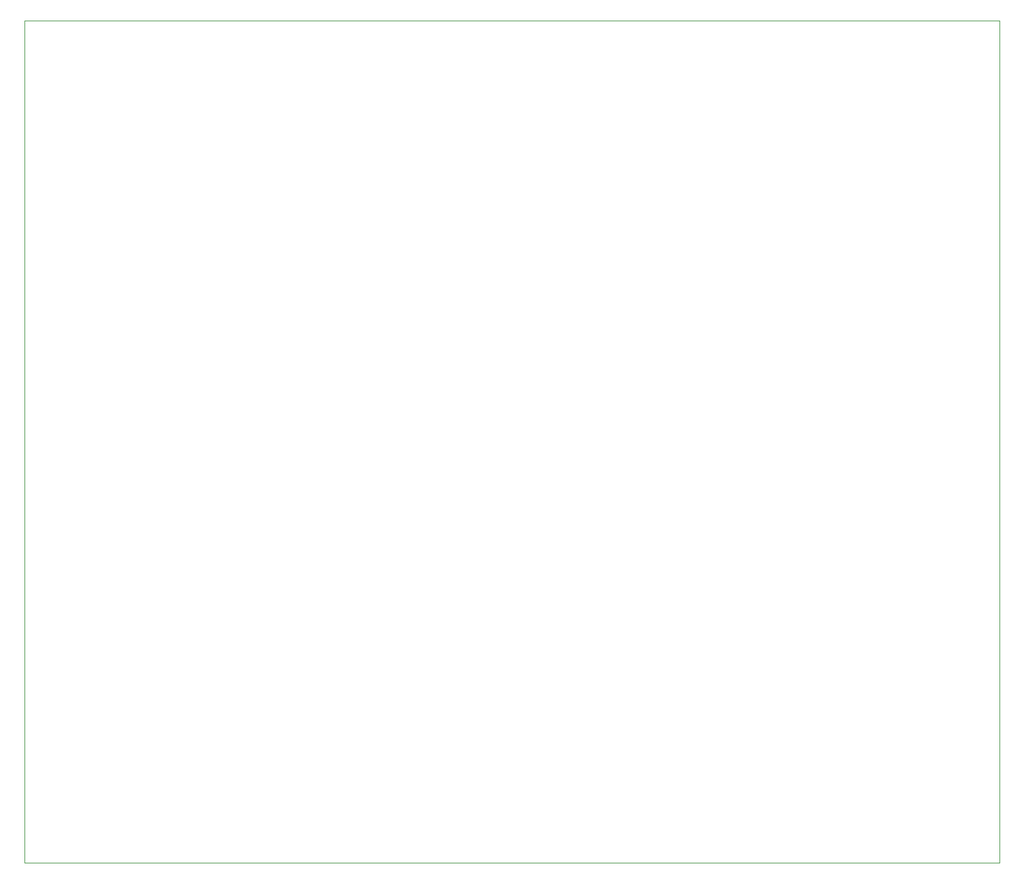
<source format=gm1>
G04 #@! TF.GenerationSoftware,KiCad,Pcbnew,8.0.9-8.0.9-0~ubuntu24.04.1*
G04 #@! TF.CreationDate,2026-01-28T14:13:45+00:00*
G04 #@! TF.ProjectId,greenecu48,67726565-6e65-4637-9534-382e6b696361,rev?*
G04 #@! TF.SameCoordinates,Original*
G04 #@! TF.FileFunction,Profile,NP*
%FSLAX46Y46*%
G04 Gerber Fmt 4.6, Leading zero omitted, Abs format (unit mm)*
G04 Created by KiCad (PCBNEW 8.0.9-8.0.9-0~ubuntu24.04.1) date 2026-01-28 14:13:45*
%MOMM*%
%LPD*%
G01*
G04 APERTURE LIST*
G04 #@! TA.AperFunction,Profile*
%ADD10C,0.050000*%
G04 #@! TD*
G04 APERTURE END LIST*
D10*
X0Y110620000D02*
X128020000Y110620000D01*
X128020000Y0D01*
X0Y0D01*
X0Y110620000D01*
M02*

</source>
